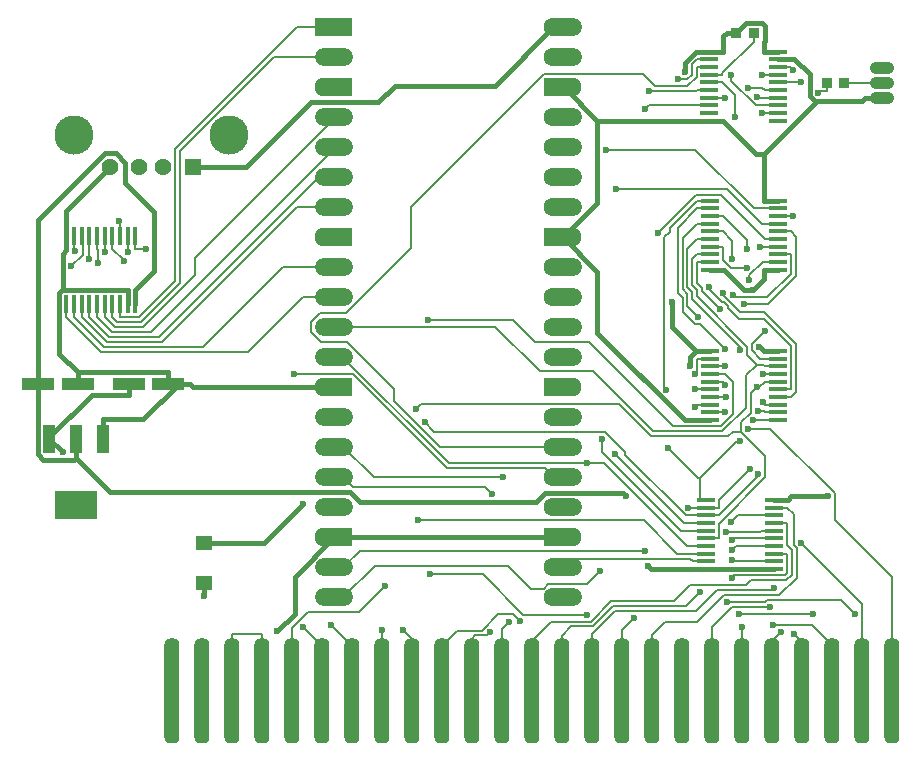
<source format=gbr>
%TF.GenerationSoftware,KiCad,Pcbnew,8.0.1*%
%TF.CreationDate,2024-04-22T15:40:42-03:00*%
%TF.ProjectId,pico-msxcart,7069636f-2d6d-4737-9863-6172742e6b69,rev?*%
%TF.SameCoordinates,Original*%
%TF.FileFunction,Copper,L1,Top*%
%TF.FilePolarity,Positive*%
%FSLAX46Y46*%
G04 Gerber Fmt 4.6, Leading zero omitted, Abs format (unit mm)*
G04 Created by KiCad (PCBNEW 8.0.1) date 2024-04-22 15:40:42*
%MOMM*%
%LPD*%
G01*
G04 APERTURE LIST*
G04 Aperture macros list*
%AMRoundRect*
0 Rectangle with rounded corners*
0 $1 Rounding radius*
0 $2 $3 $4 $5 $6 $7 $8 $9 X,Y pos of 4 corners*
0 Add a 4 corners polygon primitive as box body*
4,1,4,$2,$3,$4,$5,$6,$7,$8,$9,$2,$3,0*
0 Add four circle primitives for the rounded corners*
1,1,$1+$1,$2,$3*
1,1,$1+$1,$4,$5*
1,1,$1+$1,$6,$7*
1,1,$1+$1,$8,$9*
0 Add four rect primitives between the rounded corners*
20,1,$1+$1,$2,$3,$4,$5,0*
20,1,$1+$1,$4,$5,$6,$7,0*
20,1,$1+$1,$6,$7,$8,$9,0*
20,1,$1+$1,$8,$9,$2,$3,0*%
%AMFreePoly0*
4,1,28,0.178017,0.779942,0.347107,0.720775,0.498792,0.625465,0.625465,0.498792,0.720775,0.347107,0.779942,0.178017,0.800000,0.000000,0.779942,-0.178017,0.720775,-0.347107,0.625465,-0.498792,0.498792,-0.625465,0.347107,-0.720775,0.178017,-0.779942,0.000000,-0.800000,-2.200000,-0.800000,-2.205014,-0.794986,-2.244504,-0.794986,-2.324698,-0.756366,-2.380194,-0.686777,-2.400000,-0.600000,
-2.400000,0.600000,-2.380194,0.686777,-2.324698,0.756366,-2.244504,0.794986,-2.205014,0.794986,-2.200000,0.800000,0.000000,0.800000,0.178017,0.779942,0.178017,0.779942,$1*%
%AMFreePoly1*
4,1,28,0.605014,0.794986,0.644504,0.794986,0.724698,0.756366,0.780194,0.686777,0.800000,0.600000,0.800000,-0.600000,0.780194,-0.686777,0.724698,-0.756366,0.644504,-0.794986,0.605014,-0.794986,0.600000,-0.800000,0.000000,-0.800000,-0.178017,-0.779942,-0.347107,-0.720775,-0.498792,-0.625465,-0.625465,-0.498792,-0.720775,-0.347107,-0.779942,-0.178017,-0.800000,0.000000,-0.779942,0.178017,
-0.720775,0.347107,-0.625465,0.498792,-0.498792,0.625465,-0.347107,0.720775,-0.178017,0.779942,0.000000,0.800000,0.600000,0.800000,0.605014,0.794986,0.605014,0.794986,$1*%
%AMFreePoly2*
4,1,29,0.605014,0.794986,0.644504,0.794986,0.724698,0.756366,0.780194,0.686777,0.800000,0.600000,0.800000,-0.600000,0.780194,-0.686777,0.724698,-0.756366,0.644504,-0.794986,0.605014,-0.794986,0.600000,-0.800000,0.000000,-0.800000,-1.600000,-0.800000,-1.778017,-0.779942,-1.947107,-0.720775,-2.098792,-0.625465,-2.225465,-0.498792,-2.320775,-0.347107,-2.379942,-0.178017,-2.400000,0.000000,
-2.379942,0.178017,-2.320775,0.347107,-2.225465,0.498792,-2.098792,0.625465,-1.947107,0.720775,-1.778017,0.779942,-1.600000,0.800000,0.600000,0.800000,0.605014,0.794986,0.605014,0.794986,$1*%
%AMFreePoly3*
4,1,28,0.178017,0.779942,0.347107,0.720775,0.498792,0.625465,0.625465,0.498792,0.720775,0.347107,0.779942,0.178017,0.800000,0.000000,0.779942,-0.178017,0.720775,-0.347107,0.625465,-0.498792,0.498792,-0.625465,0.347107,-0.720775,0.178017,-0.779942,0.000000,-0.800000,-0.600000,-0.800000,-0.605014,-0.794986,-0.644504,-0.794986,-0.724698,-0.756366,-0.780194,-0.686777,-0.800000,-0.600000,
-0.800000,0.600000,-0.780194,0.686777,-0.724698,0.756366,-0.644504,0.794986,-0.605014,0.794986,-0.600000,0.800000,0.000000,0.800000,0.178017,0.779942,0.178017,0.779942,$1*%
%AMFreePoly4*
4,1,29,1.778017,0.779942,1.947107,0.720775,2.098792,0.625465,2.225465,0.498792,2.320775,0.347107,2.379942,0.178017,2.400000,0.000000,2.379942,-0.178017,2.320775,-0.347107,2.225465,-0.498792,2.098792,-0.625465,1.947107,-0.720775,1.778017,-0.779942,1.600000,-0.800000,0.000000,-0.800000,-0.600000,-0.800000,-0.605014,-0.794986,-0.644504,-0.794986,-0.724698,-0.756366,-0.780194,-0.686777,
-0.800000,-0.600000,-0.800000,0.600000,-0.780194,0.686777,-0.724698,0.756366,-0.644504,0.794986,-0.605014,0.794986,-0.600000,0.800000,1.600000,0.800000,1.778017,0.779942,1.778017,0.779942,$1*%
G04 Aperture macros list end*
%TA.AperFunction,SMDPad,CuDef*%
%ADD10RoundRect,0.444500X0.190500X-4.000500X0.190500X4.000500X-0.190500X4.000500X-0.190500X-4.000500X0*%
%TD*%
%TA.AperFunction,SMDPad,CuDef*%
%ADD11RoundRect,0.444500X-0.190500X4.000500X-0.190500X-4.000500X0.190500X-4.000500X0.190500X4.000500X0*%
%TD*%
%TA.AperFunction,ComponentPad*%
%ADD12R,1.428000X1.428000*%
%TD*%
%TA.AperFunction,ComponentPad*%
%ADD13C,1.428000*%
%TD*%
%TA.AperFunction,ComponentPad*%
%ADD14C,3.316000*%
%TD*%
%TA.AperFunction,SMDPad,CuDef*%
%ADD15R,0.810000X0.860000*%
%TD*%
%TA.AperFunction,SMDPad,CuDef*%
%ADD16R,1.560000X0.410000*%
%TD*%
%TA.AperFunction,SMDPad,CuDef*%
%ADD17R,0.410000X1.560000*%
%TD*%
%TA.AperFunction,SMDPad,CuDef*%
%ADD18R,0.980000X2.470000*%
%TD*%
%TA.AperFunction,SMDPad,CuDef*%
%ADD19R,3.600000X2.470000*%
%TD*%
%TA.AperFunction,SMDPad,CuDef*%
%ADD20R,2.800000X1.100000*%
%TD*%
%TA.AperFunction,SMDPad,CuDef*%
%ADD21R,1.400000X1.200000*%
%TD*%
%TA.AperFunction,ComponentPad*%
%ADD22RoundRect,0.200000X-0.600000X-0.600000X0.600000X-0.600000X0.600000X0.600000X-0.600000X0.600000X0*%
%TD*%
%TA.AperFunction,SMDPad,CuDef*%
%ADD23FreePoly0,0.000000*%
%TD*%
%TA.AperFunction,ComponentPad*%
%ADD24C,1.600000*%
%TD*%
%TA.AperFunction,SMDPad,CuDef*%
%ADD25RoundRect,0.800000X-0.800000X-0.000010X0.800000X-0.000010X0.800000X0.000010X-0.800000X0.000010X0*%
%TD*%
%TA.AperFunction,ComponentPad*%
%ADD26FreePoly1,0.000000*%
%TD*%
%TA.AperFunction,SMDPad,CuDef*%
%ADD27FreePoly2,0.000000*%
%TD*%
%TA.AperFunction,ComponentPad*%
%ADD28FreePoly3,0.000000*%
%TD*%
%TA.AperFunction,SMDPad,CuDef*%
%ADD29FreePoly4,0.000000*%
%TD*%
%TA.AperFunction,ComponentPad*%
%ADD30O,2.080000X1.040000*%
%TD*%
%TA.AperFunction,ViaPad*%
%ADD31C,0.600000*%
%TD*%
%TA.AperFunction,Conductor*%
%ADD32C,0.400000*%
%TD*%
%TA.AperFunction,Conductor*%
%ADD33C,0.200000*%
%TD*%
G04 APERTURE END LIST*
D10*
%TO.P,J1,2,~{CS2}*%
%TO.N,CS2*%
X176784000Y-123698000D03*
%TO.P,J1,4,~{SLTSL}*%
%TO.N,SLTSL*%
X174244000Y-123698000D03*
%TO.P,J1,6,~{RFSH}*%
%TO.N,RFSH*%
X171704000Y-123698000D03*
%TO.P,J1,8,~{INT}*%
%TO.N,INT*%
X169164000Y-123698000D03*
%TO.P,J1,10,~{BUSDIR}*%
%TO.N,BUSDIR*%
X166624000Y-123698000D03*
%TO.P,J1,12,~{MERQ}*%
%TO.N,MERQ*%
X164084000Y-123698000D03*
%TO.P,J1,14,~{RD}*%
%TO.N,RD*%
X161544000Y-123698000D03*
%TO.P,J1,16,RSV@2*%
%TO.N,Net-(J1-RSV@2)*%
X159004000Y-123698000D03*
D11*
%TO.P,J1,18,A15*%
%TO.N,A15*%
X156464000Y-123698000D03*
%TO.P,J1,20,A10*%
%TO.N,A10*%
X153924000Y-123698000D03*
%TO.P,J1,22,A6*%
%TO.N,A6*%
X151384000Y-123698000D03*
%TO.P,J1,24,A8*%
%TO.N,A8*%
X148844000Y-123698000D03*
%TO.P,J1,26,A13*%
%TO.N,A13*%
X146304000Y-123698000D03*
%TO.P,J1,28,A0*%
%TO.N,A0*%
X143764000Y-123698000D03*
%TO.P,J1,30,A2*%
%TO.N,A2*%
X141224000Y-123698000D03*
%TO.P,J1,32,A4*%
%TO.N,A4*%
X138684000Y-123698000D03*
%TO.P,J1,34,D0*%
%TO.N,D0*%
X136144000Y-123698000D03*
%TO.P,J1,36,D2*%
%TO.N,D2*%
X133604000Y-123698000D03*
D10*
%TO.P,J1,38,D4*%
%TO.N,D4*%
X131064000Y-123698000D03*
%TO.P,J1,40,D6*%
%TO.N,D6*%
X128524000Y-123698000D03*
%TO.P,J1,42,CLOCK*%
%TO.N,CLOCK*%
X125984000Y-123698000D03*
%TO.P,J1,44,SW1*%
%TO.N,Net-(J1-SW1)*%
X123444000Y-123698000D03*
%TO.P,J1,46,SW2*%
X120904000Y-123698000D03*
%TO.P,J1,48,+12*%
%TO.N,Net-(J1-+12)*%
X118364000Y-123698000D03*
%TO.P,J1,50,-12*%
%TO.N,Net-(J1--12)*%
X115824000Y-123698000D03*
%TD*%
D12*
%TO.P,J2,01,VCC*%
%TO.N,VCC_4V7*%
X117580000Y-79316400D03*
D13*
%TO.P,J2,02,D-*%
%TO.N,unconnected-(J2-D--Pad02)*%
X115080000Y-79316400D03*
%TO.P,J2,03,D+*%
%TO.N,unconnected-(J2-D+-Pad03)*%
X113080000Y-79316400D03*
%TO.P,J2,04,GND*%
%TO.N,GND*%
X110580000Y-79316400D03*
D14*
%TO.P,J2,S1,SHIELD*%
%TO.N,unconnected-(J2-SHIELD-PadS1)_0*%
X120650000Y-76606400D03*
%TO.P,J2,S2,SHIELD*%
%TO.N,unconnected-(J2-SHIELD-PadS1)*%
X107510000Y-76606400D03*
%TD*%
D15*
%TO.P,R1,1,1*%
%TO.N,Net-(U6-B2)*%
X171265000Y-72164800D03*
%TO.P,R1,2,2*%
%TO.N,Net-(Q1-Pad2)*%
X172765000Y-72164800D03*
%TD*%
D16*
%TO.P,U6,1,DIR*%
%TO.N,VCC_3V3*%
X161340800Y-69545200D03*
%TO.P,U6,2,A0*%
%TO.N,INT3V3*%
X161340800Y-70195200D03*
%TO.P,U6,3,A1*%
%TO.N,BUSDIR3V3*%
X161340800Y-70845200D03*
%TO.P,U6,4,A2*%
%TO.N,WAIT3V3*%
X161340800Y-71495200D03*
%TO.P,U6,5,A3*%
%TO.N,RD*%
X161340800Y-72145200D03*
%TO.P,U6,6,A4*%
%TO.N,WR*%
X161340800Y-72795200D03*
%TO.P,U6,7,A5*%
%TO.N,SLTSL*%
X161340800Y-73445200D03*
%TO.P,U6,8,A6*%
%TO.N,CLOCK*%
X161340800Y-74095200D03*
%TO.P,U6,9,A7*%
%TO.N,unconnected-(U6-A7-Pad9)*%
X161340800Y-74745200D03*
%TO.P,U6,10,GND*%
%TO.N,GND*%
X161340800Y-75395200D03*
%TO.P,U6,11,B7*%
%TO.N,unconnected-(U6-B7-Pad11)*%
X167100800Y-75395200D03*
%TO.P,U6,12,B6*%
%TO.N,CLOCK_3V3*%
X167100800Y-74745200D03*
%TO.P,U6,13,B5*%
%TO.N,SLTSL_3V3*%
X167100800Y-74095200D03*
%TO.P,U6,14,B4*%
%TO.N,WR_3V3*%
X167100800Y-73445200D03*
%TO.P,U6,15,B3*%
%TO.N,RD_3V3*%
X167100800Y-72795200D03*
%TO.P,U6,16,B2*%
%TO.N,Net-(U6-B2)*%
X167100800Y-72145200D03*
%TO.P,U6,17,B1*%
%TO.N,BUSDIR*%
X167100800Y-71495200D03*
%TO.P,U6,18,B0*%
%TO.N,INT*%
X167100800Y-70845200D03*
%TO.P,U6,19,~{OE}*%
%TO.N,GND*%
X167100800Y-70195200D03*
%TO.P,U6,20,VCC*%
%TO.N,VCC_3V3*%
X167100800Y-69545200D03*
%TD*%
D17*
%TO.P,U4,1,DIR*%
%TO.N,DATADIR*%
X112727200Y-85167200D03*
%TO.P,U4,2,A0*%
%TO.N,D0*%
X112077200Y-85167200D03*
%TO.P,U4,3,A1*%
%TO.N,D1*%
X111427200Y-85167200D03*
%TO.P,U4,4,A2*%
%TO.N,D2*%
X110777200Y-85167200D03*
%TO.P,U4,5,A3*%
%TO.N,D3*%
X110127200Y-85167200D03*
%TO.P,U4,6,A4*%
%TO.N,D4*%
X109477200Y-85167200D03*
%TO.P,U4,7,A5*%
%TO.N,D5*%
X108827200Y-85167200D03*
%TO.P,U4,8,A6*%
%TO.N,D6*%
X108177200Y-85167200D03*
%TO.P,U4,9,A7*%
%TO.N,D7*%
X107527200Y-85167200D03*
%TO.P,U4,10,GND*%
%TO.N,GND*%
X106877200Y-85167200D03*
%TO.P,U4,11,B7*%
%TO.N,D7_3V3*%
X106877200Y-90927200D03*
%TO.P,U4,12,B6*%
%TO.N,D6_3V3*%
X107527200Y-90927200D03*
%TO.P,U4,13,B5*%
%TO.N,D5_3V3*%
X108177200Y-90927200D03*
%TO.P,U4,14,B4*%
%TO.N,D4_3V3*%
X108827200Y-90927200D03*
%TO.P,U4,15,B3*%
%TO.N,D3_3V3*%
X109477200Y-90927200D03*
%TO.P,U4,16,B2*%
%TO.N,D2_3V3*%
X110127200Y-90927200D03*
%TO.P,U4,17,B1*%
%TO.N,D1_3V3*%
X110777200Y-90927200D03*
%TO.P,U4,18,B0*%
%TO.N,D0_3V3*%
X111427200Y-90927200D03*
%TO.P,U4,19,~{OE}*%
%TO.N,GND*%
X112077200Y-90927200D03*
%TO.P,U4,20,VCC*%
%TO.N,VCC_3V3*%
X112727200Y-90927200D03*
%TD*%
D18*
%TO.P,U10,1,ADJ(GND)*%
%TO.N,GND*%
X110018000Y-102297200D03*
%TO.P,U10,2,VOUT(TAB)*%
%TO.N,VCC_3V3*%
X107718000Y-102297200D03*
%TO.P,U10,3,VIN*%
%TO.N,VCC*%
X105418000Y-102297200D03*
D19*
%TO.P,U10,4,TAB*%
%TO.N,unconnected-(U10-TAB-Pad4)*%
X107718000Y-107957200D03*
%TD*%
D16*
%TO.P,U5,1,DIR*%
%TO.N,VCC_3V3*%
X161372000Y-94876500D03*
%TO.P,U5,2,A0*%
%TO.N,MERQ*%
X161372000Y-95526500D03*
%TO.P,U5,3,A1*%
%TO.N,IORQ*%
X161372000Y-96176500D03*
%TO.P,U5,4,A2*%
%TO.N,CS1*%
X161372000Y-96826500D03*
%TO.P,U5,5,A3*%
%TO.N,CS2*%
X161372000Y-97476500D03*
%TO.P,U5,6,A4*%
%TO.N,RESET*%
X161372000Y-98126500D03*
%TO.P,U5,7,A5*%
%TO.N,RFSH*%
X161372000Y-98776500D03*
%TO.P,U5,8,A6*%
%TO.N,CS12*%
X161372000Y-99426500D03*
%TO.P,U5,9,A7*%
%TO.N,M1*%
X161372000Y-100076500D03*
%TO.P,U5,10,GND*%
%TO.N,GND*%
X161372000Y-100726500D03*
%TO.P,U5,11,B7*%
%TO.N,MP7_3V3*%
X167132000Y-100726500D03*
%TO.P,U5,12,B6*%
%TO.N,MP6_3V3*%
X167132000Y-100076500D03*
%TO.P,U5,13,B5*%
%TO.N,MP5_3V3*%
X167132000Y-99426500D03*
%TO.P,U5,14,B4*%
%TO.N,MP4_3V3*%
X167132000Y-98776500D03*
%TO.P,U5,15,B3*%
%TO.N,MP3_3V3*%
X167132000Y-98126500D03*
%TO.P,U5,16,B2*%
%TO.N,MP2_3V3*%
X167132000Y-97476500D03*
%TO.P,U5,17,B1*%
%TO.N,MP1_3V3*%
X167132000Y-96826500D03*
%TO.P,U5,18,B0*%
%TO.N,MP0_3V3*%
X167132000Y-96176500D03*
%TO.P,U5,19,~{OE}*%
%TO.N,MSEL2_3V3*%
X167132000Y-95526500D03*
%TO.P,U5,20,VCC*%
%TO.N,VCC_3V3*%
X167132000Y-94876500D03*
%TD*%
D20*
%TO.P,C2,1,1*%
%TO.N,VCC_3V3*%
X104528400Y-97637600D03*
%TO.P,C2,2,2*%
%TO.N,GND*%
X107848400Y-97637600D03*
%TD*%
D21*
%TO.P,D1,1,K*%
%TO.N,VCC_4V7*%
X118567200Y-111126800D03*
%TO.P,D1,2,A*%
%TO.N,VCC*%
X118567200Y-114526800D03*
%TD*%
D20*
%TO.P,C1,1,1*%
%TO.N,VCC*%
X112199200Y-97637600D03*
%TO.P,C1,2,2*%
%TO.N,GND*%
X115519200Y-97637600D03*
%TD*%
D22*
%TO.P,U1,1,GPIO0*%
%TO.N,D0_3V3*%
X130352780Y-67462423D03*
D23*
X130352780Y-67462423D03*
D24*
%TO.P,U1,2,GPIO1*%
%TO.N,D1_3V3*%
X130352780Y-70002423D03*
D25*
X129552780Y-70002423D03*
D26*
%TO.P,U1,3,GND*%
%TO.N,GND*%
X130352780Y-72542423D03*
D27*
X130352780Y-72542423D03*
D24*
%TO.P,U1,4,GPIO2*%
%TO.N,D2_3V3*%
X130352780Y-75082423D03*
D25*
X129552780Y-75082423D03*
D24*
%TO.P,U1,5,GPIO3*%
%TO.N,D3_3V3*%
X130352780Y-77622423D03*
D25*
X129552780Y-77622423D03*
D24*
%TO.P,U1,6,GPIO4*%
%TO.N,D4_3V3*%
X130352780Y-80162423D03*
D25*
X129552780Y-80162423D03*
D24*
%TO.P,U1,7,GPIO5*%
%TO.N,D5_3V3*%
X130352780Y-82702423D03*
D25*
X129552780Y-82702423D03*
D26*
%TO.P,U1,8,GND*%
%TO.N,GND*%
X130352780Y-85242423D03*
D27*
X130352780Y-85242423D03*
D24*
%TO.P,U1,9,GPIO6*%
%TO.N,D6_3V3*%
X130352780Y-87782423D03*
D25*
X129552780Y-87782423D03*
D24*
%TO.P,U1,10,GPIO7*%
%TO.N,D7_3V3*%
X130352780Y-90322423D03*
D25*
X129552780Y-90322423D03*
D24*
%TO.P,U1,11,GPIO8*%
%TO.N,MP0_3V3*%
X130352780Y-92862423D03*
D25*
X129552780Y-92862423D03*
D24*
%TO.P,U1,12,GPIO9*%
%TO.N,MP1_3V3*%
X130352780Y-95402423D03*
D25*
X129552780Y-95402423D03*
D26*
%TO.P,U1,13,GND*%
%TO.N,GND*%
X130352780Y-97942423D03*
D27*
X130352780Y-97942423D03*
D24*
%TO.P,U1,14,GPIO10*%
%TO.N,MP2_3V3*%
X130352780Y-100482423D03*
D25*
X129552780Y-100482423D03*
D24*
%TO.P,U1,15,GPIO11*%
%TO.N,MP3_3V3*%
X130352780Y-103022423D03*
D25*
X129552780Y-103022423D03*
D24*
%TO.P,U1,16,GPIO12*%
%TO.N,MP4_3V3*%
X130352780Y-105562423D03*
D25*
X129552780Y-105562423D03*
D24*
%TO.P,U1,17,GPIO13*%
%TO.N,MP5_3V3*%
X130352780Y-108102423D03*
D25*
X129552780Y-108102423D03*
D26*
%TO.P,U1,18,GND*%
%TO.N,GND*%
X130352780Y-110642423D03*
D27*
X130352780Y-110642423D03*
D24*
%TO.P,U1,19,GPIO14*%
%TO.N,MP6_3V3*%
X130352780Y-113182423D03*
D25*
X129552780Y-113182423D03*
D24*
%TO.P,U1,20,GPIO15*%
%TO.N,MP7_3V3*%
X130352780Y-115722423D03*
D25*
X129552780Y-115722423D03*
D24*
%TO.P,U1,21,GPIO16*%
%TO.N,MSEL0_3V3*%
X148132780Y-115722423D03*
D25*
X148932780Y-115722423D03*
D24*
%TO.P,U1,22,GPIO17*%
%TO.N,MSEL1_3V3*%
X148132780Y-113182423D03*
D25*
X148932780Y-113182423D03*
D28*
%TO.P,U1,23,GND*%
%TO.N,GND*%
X148132780Y-110642423D03*
D29*
X148132780Y-110642423D03*
D24*
%TO.P,U1,24,GPIO18*%
%TO.N,MSEL2_3V3*%
X148132780Y-108102423D03*
D25*
X148932780Y-108102423D03*
D24*
%TO.P,U1,25,GPIO19*%
%TO.N,DATADIR*%
X148132780Y-105562423D03*
D25*
X148932780Y-105562423D03*
D24*
%TO.P,U1,26,GPIO20*%
%TO.N,BUSDIR3V3*%
X148132780Y-103022423D03*
D25*
X148932780Y-103022423D03*
D24*
%TO.P,U1,27,GPIO21*%
%TO.N,INT3V3*%
X148132780Y-100482423D03*
D25*
X148932780Y-100482423D03*
D28*
%TO.P,U1,28,GND*%
%TO.N,GND*%
X148132780Y-97942423D03*
D29*
X148132780Y-97942423D03*
D24*
%TO.P,U1,29,GPIO22*%
%TO.N,RD_3V3*%
X148132780Y-95402423D03*
D25*
X148932780Y-95402423D03*
D24*
%TO.P,U1,30,RUN*%
%TO.N,Net-(TP10-PROBE)*%
X148132780Y-92862423D03*
D25*
X148932780Y-92862423D03*
D24*
%TO.P,U1,31,GPIO26_ADC0*%
%TO.N,WR_3V3*%
X148132780Y-90322423D03*
D25*
X148932780Y-90322423D03*
D24*
%TO.P,U1,32,GPIO27_ADC1*%
%TO.N,SLTSL_3V3*%
X148132780Y-87782423D03*
D25*
X148932780Y-87782423D03*
D28*
%TO.P,U1,33,AGND*%
%TO.N,GND*%
X148132780Y-85242423D03*
D29*
X148132780Y-85242423D03*
D24*
%TO.P,U1,34,GPIO28_ADC2*%
%TO.N,CLOCK_3V3*%
X148132780Y-82702423D03*
D25*
X148932780Y-82702423D03*
D24*
%TO.P,U1,35,ADC_VREF*%
%TO.N,unconnected-(U1-ADC_VREF-Pad35)*%
X148132780Y-80162423D03*
D25*
%TO.N,unconnected-(U1-ADC_VREF-Pad35)_0*%
X148932780Y-80162423D03*
D24*
%TO.P,U1,36,3V3*%
%TO.N,unconnected-(U1-3V3-Pad36)_0*%
X148132780Y-77622423D03*
D25*
%TO.N,unconnected-(U1-3V3-Pad36)*%
X148932780Y-77622423D03*
D24*
%TO.P,U1,37,3V3_EN*%
%TO.N,unconnected-(U1-3V3_EN-Pad37)*%
X148132780Y-75082423D03*
D25*
X148932780Y-75082423D03*
D28*
%TO.P,U1,38,GND*%
%TO.N,GND*%
X148132780Y-72542423D03*
D29*
X148132780Y-72542423D03*
D24*
%TO.P,U1,39,VSYS*%
%TO.N,unconnected-(U1-VSYS-Pad39)*%
X148132780Y-70002423D03*
D25*
X148932780Y-70002423D03*
D24*
%TO.P,U1,40,VBUS*%
%TO.N,VCC_4V7*%
X148132780Y-67462423D03*
D25*
X148932780Y-67462423D03*
%TD*%
D16*
%TO.P,U2,1,DIR*%
%TO.N,VCC_3V3*%
X167151600Y-88004900D03*
%TO.P,U2,2,A0*%
%TO.N,A0*%
X167151600Y-87354900D03*
%TO.P,U2,3,A1*%
%TO.N,A1*%
X167151600Y-86704900D03*
%TO.P,U2,4,A2*%
%TO.N,A2*%
X167151600Y-86054900D03*
%TO.P,U2,5,A3*%
%TO.N,A3*%
X167151600Y-85404900D03*
%TO.P,U2,6,A4*%
%TO.N,A4*%
X167151600Y-84754900D03*
%TO.P,U2,7,A5*%
%TO.N,A5*%
X167151600Y-84104900D03*
%TO.P,U2,8,A6*%
%TO.N,A6*%
X167151600Y-83454900D03*
%TO.P,U2,9,A7*%
%TO.N,A7*%
X167151600Y-82804900D03*
%TO.P,U2,10,GND*%
%TO.N,GND*%
X167151600Y-82154900D03*
%TO.P,U2,11,B7*%
%TO.N,MP7_3V3*%
X161391600Y-82154900D03*
%TO.P,U2,12,B6*%
%TO.N,MP6_3V3*%
X161391600Y-82804900D03*
%TO.P,U2,13,B5*%
%TO.N,MP5_3V3*%
X161391600Y-83454900D03*
%TO.P,U2,14,B4*%
%TO.N,MP4_3V3*%
X161391600Y-84104900D03*
%TO.P,U2,15,B3*%
%TO.N,MP3_3V3*%
X161391600Y-84754900D03*
%TO.P,U2,16,B2*%
%TO.N,MP2_3V3*%
X161391600Y-85404900D03*
%TO.P,U2,17,B1*%
%TO.N,MP1_3V3*%
X161391600Y-86054900D03*
%TO.P,U2,18,B0*%
%TO.N,MP0_3V3*%
X161391600Y-86704900D03*
%TO.P,U2,19,~{OE}*%
%TO.N,MSEL0_3V3*%
X161391600Y-87354900D03*
%TO.P,U2,20,VCC*%
%TO.N,VCC_3V3*%
X161391600Y-88004900D03*
%TD*%
%TO.P,U3,1,DIR*%
%TO.N,VCC_3V3*%
X166807000Y-113336200D03*
%TO.P,U3,2,A0*%
%TO.N,A8*%
X166807000Y-112686200D03*
%TO.P,U3,3,A1*%
%TO.N,A9*%
X166807000Y-112036200D03*
%TO.P,U3,4,A2*%
%TO.N,A10*%
X166807000Y-111386200D03*
%TO.P,U3,5,A3*%
%TO.N,A11*%
X166807000Y-110736200D03*
%TO.P,U3,6,A4*%
%TO.N,A12*%
X166807000Y-110086200D03*
%TO.P,U3,7,A5*%
%TO.N,A13*%
X166807000Y-109436200D03*
%TO.P,U3,8,A6*%
%TO.N,A14*%
X166807000Y-108786200D03*
%TO.P,U3,9,A7*%
%TO.N,A15*%
X166807000Y-108136200D03*
%TO.P,U3,10,GND*%
%TO.N,GND*%
X166807000Y-107486200D03*
%TO.P,U3,11,B7*%
%TO.N,MP7_3V3*%
X161047000Y-107486200D03*
%TO.P,U3,12,B6*%
%TO.N,MP6_3V3*%
X161047000Y-108136200D03*
%TO.P,U3,13,B5*%
%TO.N,MP5_3V3*%
X161047000Y-108786200D03*
%TO.P,U3,14,B4*%
%TO.N,MP4_3V3*%
X161047000Y-109436200D03*
%TO.P,U3,15,B3*%
%TO.N,MP3_3V3*%
X161047000Y-110086200D03*
%TO.P,U3,16,B2*%
%TO.N,MP2_3V3*%
X161047000Y-110736200D03*
%TO.P,U3,17,B1*%
%TO.N,MP1_3V3*%
X161047000Y-111386200D03*
%TO.P,U3,18,B0*%
%TO.N,MP0_3V3*%
X161047000Y-112036200D03*
%TO.P,U3,19,~{OE}*%
%TO.N,MSEL1_3V3*%
X161047000Y-112686200D03*
%TO.P,U3,20,VCC*%
%TO.N,VCC_3V3*%
X161047000Y-113336200D03*
%TD*%
D15*
%TO.P,R2,1,1*%
%TO.N,WAIT3V3*%
X165119600Y-67948400D03*
%TO.P,R2,2,2*%
%TO.N,VCC_3V3*%
X163619600Y-67948400D03*
%TD*%
D30*
%TO.P,Q1,1*%
%TO.N,GND*%
X175964000Y-73434800D03*
%TO.P,Q1,2*%
%TO.N,Net-(Q1-Pad2)*%
X175964000Y-72164800D03*
%TO.P,Q1,3*%
%TO.N,WAIT*%
X175964000Y-70894800D03*
%TD*%
D31*
%TO.N,GND*%
X171359400Y-107191500D03*
X124764800Y-118567200D03*
%TO.N,BUSDIR*%
X167386000Y-118668800D03*
X165812200Y-71533000D03*
%TO.N,CLOCK_3V3*%
X165816200Y-74745200D03*
%TO.N,RD*%
X166430400Y-116576400D03*
X163469800Y-75096700D03*
%TO.N,SLTSL_3V3*%
X163195800Y-71513900D03*
%TO.N,INT*%
X168392700Y-71056800D03*
X168489600Y-118832000D03*
%TO.N,Net-(U6-B2)*%
X169096700Y-72145200D03*
X170554000Y-72998700D03*
%TO.N,RD_3V3*%
X164587600Y-72578400D03*
%TO.N,SLTSL*%
X169059800Y-111098300D03*
X162675900Y-73435500D03*
%TO.N,INT3V3*%
X158689800Y-71845000D03*
%TO.N,WR_3V3*%
X165361100Y-73352300D03*
%TO.N,VCC_3V3*%
X154309600Y-107173700D03*
X158190200Y-90735300D03*
X159227600Y-71248700D03*
X156095800Y-113076100D03*
X159664300Y-96123600D03*
X165018600Y-89726600D03*
X165543700Y-94569700D03*
%TO.N,WR*%
X156209000Y-72857000D03*
X170078400Y-117176400D03*
X163855400Y-117160600D03*
%TO.N,CLOCK*%
X133878100Y-114755100D03*
X155850300Y-74426200D03*
%TO.N,MP7_3V3*%
X157844300Y-103076700D03*
X157685900Y-98160100D03*
X165053800Y-100759700D03*
X152082100Y-113492100D03*
X163946800Y-102488700D03*
%TO.N,MP2_3V3*%
X136449900Y-99833400D03*
X163930400Y-94785600D03*
X165338700Y-97965900D03*
%TO.N,CS1*%
X137487300Y-92219900D03*
%TO.N,RFSH*%
X166680271Y-118068800D03*
X162698300Y-98776500D03*
%TO.N,MERQ*%
X164084000Y-118262400D03*
X160075400Y-96859400D03*
%TO.N,M1*%
X162666700Y-100012400D03*
%TO.N,MP1_3V3*%
X150977600Y-104356900D03*
X165831500Y-96826500D03*
X164526600Y-87830900D03*
%TO.N,MP5_3V3*%
X165837600Y-99202800D03*
X137220600Y-100910600D03*
X164498800Y-86244300D03*
X165461500Y-105328300D03*
%TO.N,RESET*%
X160080700Y-98126500D03*
%TO.N,MP6_3V3*%
X162667300Y-94725000D03*
X164753700Y-104902200D03*
X159548700Y-108136200D03*
X165443300Y-99958700D03*
X155859700Y-111803600D03*
%TO.N,CS2*%
X162680200Y-97720800D03*
X164638200Y-101478200D03*
%TO.N,MSEL2_3V3*%
X166073700Y-93184200D03*
%TO.N,CS12*%
X160077000Y-99627700D03*
X162819165Y-116118000D03*
X173644000Y-117119400D03*
%TO.N,IORQ*%
X162670100Y-96176500D03*
%TO.N,MP4_3V3*%
X153356100Y-103581700D03*
X160361700Y-91983600D03*
X162488900Y-89929800D03*
X142930800Y-106954700D03*
%TO.N,MP3_3V3*%
X163255600Y-87106800D03*
X161285400Y-89475100D03*
X152267500Y-102318900D03*
X143843400Y-105587600D03*
%TO.N,MP0_3V3*%
X136696300Y-109215600D03*
%TO.N,D5*%
X108827200Y-87051500D03*
%TO.N,D7*%
X107654900Y-86451200D03*
%TO.N,D2*%
X133604000Y-118516400D03*
X111748400Y-87304200D03*
%TO.N,D4*%
X109562000Y-87451200D03*
X129296085Y-118049115D03*
%TO.N,D6*%
X107311500Y-87716400D03*
X126931781Y-118264748D03*
%TO.N,D3*%
X110178200Y-86533000D03*
%TO.N,D0*%
X135382000Y-118516400D03*
X112077200Y-86461800D03*
%TO.N,D1*%
X111307200Y-83857200D03*
%TO.N,DATADIR*%
X126183800Y-96840700D03*
X113623500Y-86248900D03*
%TO.N,A14*%
X163182100Y-109324200D03*
%TO.N,A10*%
X163209400Y-111741000D03*
X154932465Y-117490800D03*
%TO.N,A8*%
X163213500Y-112588600D03*
X160528000Y-115314600D03*
%TO.N,A11*%
X163212600Y-110881000D03*
%TO.N,A9*%
X163212600Y-114068800D03*
%TO.N,A12*%
X162743800Y-110190400D03*
%TO.N,A7*%
X137718800Y-113741200D03*
X152541600Y-77831300D03*
X150946595Y-117198800D03*
%TO.N,A5*%
X153422600Y-81169300D03*
%TO.N,MSEL0_3V3*%
X162232400Y-91366200D03*
%TO.N,A0*%
X164720000Y-88900900D03*
X144364000Y-117805200D03*
%TO.N,A4*%
X164236500Y-90941900D03*
X145276945Y-117740785D03*
%TO.N,A3*%
X156967800Y-84901200D03*
%TO.N,A6*%
X166833800Y-114914600D03*
X168434000Y-83454900D03*
%TO.N,A1*%
X163326300Y-90119100D03*
%TO.N,A2*%
X165579300Y-86054900D03*
X142754532Y-118700732D03*
%TO.N,VCC*%
X118567200Y-115639000D03*
X106568000Y-103436700D03*
%TO.N,VCC_4V7*%
X126889000Y-107849100D03*
%TD*%
D32*
%TO.N,GND*%
X161372000Y-100726500D02*
X159249500Y-100726500D01*
X129564400Y-110642400D02*
X148132800Y-110642400D01*
X151841600Y-75395200D02*
X148988800Y-72542400D01*
X169808500Y-71467700D02*
X168536000Y-70195200D01*
X106270500Y-89954900D02*
X106479900Y-89745500D01*
X165969900Y-82154900D02*
X165950300Y-82135300D01*
X168536000Y-70195200D02*
X167100800Y-70195200D01*
X106571600Y-86654500D02*
X106877200Y-86348900D01*
X117625700Y-97942400D02*
X117320900Y-97637600D01*
X106479900Y-89745500D02*
X106571600Y-89745500D01*
X170251900Y-73862100D02*
X170251900Y-73700400D01*
X116420100Y-97637600D02*
X113397200Y-100660500D01*
X106270500Y-95108000D02*
X106270500Y-89954900D01*
X126216900Y-113989900D02*
X129564400Y-110642400D01*
X175964000Y-73434800D02*
X174522300Y-73434800D01*
X126216900Y-117115100D02*
X126216900Y-113989900D01*
X115519200Y-97637600D02*
X115519200Y-96685900D01*
X148917700Y-85242400D02*
X148132800Y-85242400D01*
X124764800Y-118567200D02*
X126216900Y-117115100D01*
X148988800Y-72542400D02*
X148132800Y-72542400D01*
X107848400Y-97637600D02*
X107848400Y-96685900D01*
X151841400Y-88166100D02*
X148917700Y-85242400D01*
X113397200Y-100660500D02*
X110018000Y-100660500D01*
X165950300Y-78163700D02*
X170251900Y-73862100D01*
X106877200Y-85167200D02*
X106877200Y-86348900D01*
X174256700Y-73700400D02*
X170251900Y-73700400D01*
X151841400Y-93318400D02*
X151841400Y-88166100D01*
X130352800Y-97942400D02*
X117625700Y-97942400D01*
X116420100Y-97637600D02*
X117320900Y-97637600D01*
X168283400Y-107191500D02*
X171359400Y-107191500D01*
X112077200Y-90927200D02*
X112077200Y-89745500D01*
X110580000Y-79316400D02*
X106877200Y-83019200D01*
X169808500Y-73257000D02*
X169808500Y-71467700D01*
X161340800Y-75395200D02*
X162522500Y-75395200D01*
X165291000Y-78163700D02*
X165950300Y-78163700D01*
X174522300Y-73434800D02*
X174256700Y-73700400D01*
X161340800Y-75395200D02*
X151841600Y-75395200D01*
X165950300Y-82135300D02*
X165950300Y-78163700D01*
X115519200Y-97637600D02*
X116420100Y-97637600D01*
X162522500Y-75395200D02*
X165291000Y-78163700D01*
X151786200Y-75450600D02*
X151786200Y-82373900D01*
X110018000Y-102297200D02*
X110018000Y-100660500D01*
X167988700Y-107486200D02*
X168283400Y-107191500D01*
X170251900Y-73700400D02*
X169808500Y-73257000D01*
X106877200Y-83019200D02*
X106877200Y-85167200D01*
X115519200Y-96685900D02*
X107848400Y-96685900D01*
X151841600Y-75395200D02*
X151786200Y-75450600D01*
X106571600Y-89745500D02*
X106571600Y-86654500D01*
X166807000Y-107486200D02*
X167988700Y-107486200D01*
X106571600Y-89745500D02*
X112077200Y-89745500D01*
X107848400Y-96685900D02*
X106270500Y-95108000D01*
X159249500Y-100726500D02*
X151841400Y-93318400D01*
X151786200Y-82373900D02*
X148917700Y-85242400D01*
X167151600Y-82154900D02*
X165969900Y-82154900D01*
D33*
%TO.N,BUSDIR*%
X165981300Y-71533000D02*
X165812200Y-71533000D01*
X166624000Y-119430800D02*
X166624000Y-123698000D01*
X166019100Y-71495200D02*
X165981300Y-71533000D01*
X167386000Y-118668800D02*
X166624000Y-119430800D01*
X167100800Y-71495200D02*
X166019100Y-71495200D01*
%TO.N,CLOCK_3V3*%
X167100800Y-74745200D02*
X165816200Y-74745200D01*
%TO.N,BUSDIR3V3*%
X147328500Y-71438000D02*
X136081400Y-82685100D01*
X130672100Y-94132400D02*
X134599500Y-98059800D01*
X161340800Y-70845200D02*
X160259100Y-70845200D01*
X127603700Y-92422500D02*
X127603700Y-93268800D01*
X160259100Y-70845200D02*
X160259100Y-71653400D01*
X160259100Y-71653400D02*
X159460700Y-72451800D01*
X127603700Y-93268800D02*
X128467300Y-94132400D01*
X136971500Y-101512300D02*
X136972800Y-101512300D01*
X156685500Y-72451800D02*
X155671700Y-71438000D01*
X136081400Y-82685100D02*
X136081400Y-86173800D01*
X136618900Y-101158400D02*
X136618900Y-101159700D01*
X128370500Y-91655700D02*
X127603700Y-92422500D01*
X136618900Y-101159700D02*
X136971500Y-101512300D01*
X136081400Y-86173800D02*
X130599500Y-91655700D01*
X138482900Y-103022400D02*
X148132800Y-103022400D01*
X128467300Y-94132400D02*
X130672100Y-94132400D01*
X134599500Y-99139000D02*
X136618900Y-101158400D01*
X159460700Y-72451800D02*
X156685500Y-72451800D01*
X155671700Y-71438000D02*
X147328500Y-71438000D01*
X134599500Y-98059800D02*
X134599500Y-99139000D01*
X130599500Y-91655700D02*
X128370500Y-91655700D01*
X136972800Y-101512300D02*
X138482900Y-103022400D01*
%TO.N,RD*%
X166430400Y-116576400D02*
X166414600Y-116560600D01*
X162422500Y-72145200D02*
X163469800Y-73192500D01*
X163225094Y-116560600D02*
X161544000Y-118241694D01*
X163469800Y-73192500D02*
X163469800Y-75096700D01*
X161544000Y-118241694D02*
X161544000Y-123698000D01*
X161340800Y-72145200D02*
X162422500Y-72145200D01*
X166414600Y-116560600D02*
X163225094Y-116560600D01*
%TO.N,SLTSL_3V3*%
X167100800Y-74095200D02*
X165245900Y-74095200D01*
X163195800Y-72045100D02*
X163195800Y-71513900D01*
X165245900Y-74095200D02*
X163195800Y-72045100D01*
%TO.N,INT*%
X168182500Y-70846600D02*
X168392700Y-71056800D01*
X169164000Y-119506400D02*
X168489600Y-118832000D01*
X167100800Y-70845200D02*
X168182500Y-70845200D01*
X169164000Y-123698000D02*
X169164000Y-119506400D01*
X168182500Y-70845200D02*
X168182500Y-70846600D01*
%TO.N,Net-(U6-B2)*%
X170656200Y-72896500D02*
X170554000Y-72998700D01*
X167100800Y-72145200D02*
X169096700Y-72145200D01*
X171265000Y-72164800D02*
X171265000Y-72896500D01*
X171265000Y-72896500D02*
X170656200Y-72896500D01*
%TO.N,RD_3V3*%
X167100800Y-72795200D02*
X166019100Y-72795200D01*
X165802300Y-72578400D02*
X164587600Y-72578400D01*
X166019100Y-72795200D02*
X165802300Y-72578400D01*
%TO.N,SLTSL*%
X174244000Y-123698000D02*
X174244000Y-116282500D01*
X174244000Y-116282500D02*
X169059800Y-111098300D01*
X162675900Y-73435500D02*
X162432200Y-73435500D01*
X162432200Y-73435500D02*
X162422500Y-73445200D01*
X161340800Y-73445200D02*
X162422500Y-73445200D01*
%TO.N,INT3V3*%
X158697300Y-71852500D02*
X158689800Y-71845000D01*
X159829600Y-71500000D02*
X159477100Y-71852500D01*
X159477100Y-71852500D02*
X158697300Y-71852500D01*
X161340800Y-70195200D02*
X160259100Y-70195200D01*
X159829600Y-70624700D02*
X159829600Y-71500000D01*
X160259100Y-70195200D02*
X159829600Y-70624700D01*
%TO.N,WR_3V3*%
X165454000Y-73445200D02*
X165361100Y-73352300D01*
X167100800Y-73445200D02*
X165454000Y-73445200D01*
D32*
%TO.N,VCC_3V3*%
X110616500Y-106832400D02*
X130917600Y-106832400D01*
X159664300Y-95402500D02*
X159664300Y-96123600D01*
X165643500Y-94569700D02*
X165543700Y-94569700D01*
X164295000Y-89726600D02*
X162573300Y-88004900D01*
X160750000Y-69545200D02*
X160159100Y-69545200D01*
X112727200Y-90927200D02*
X112727200Y-89745500D01*
X165767700Y-67116700D02*
X164451300Y-67116700D01*
X161372000Y-94876500D02*
X160190300Y-94876500D01*
X131742000Y-107656800D02*
X146627500Y-107656800D01*
X147399000Y-106885300D02*
X154021200Y-106885300D01*
X161637900Y-113336200D02*
X162228700Y-113336200D01*
X164451300Y-67116700D02*
X163619600Y-67948400D01*
X161391600Y-88004900D02*
X162573300Y-88004900D01*
X114325300Y-83153700D02*
X114325300Y-88147400D01*
X158190200Y-92876400D02*
X158190200Y-90735300D01*
X167100800Y-69545200D02*
X165919100Y-69545200D01*
X162522500Y-69545200D02*
X162522500Y-68238800D01*
X165018600Y-89726600D02*
X164295000Y-89726600D01*
X165969900Y-88775300D02*
X165969900Y-88004900D01*
X165950300Y-94876500D02*
X165643500Y-94569700D01*
X167151600Y-88004900D02*
X165969900Y-88004900D01*
X160190300Y-94876500D02*
X159664300Y-95402500D01*
X166807000Y-113336200D02*
X165625300Y-113336200D01*
X111830000Y-78924300D02*
X111830000Y-80658400D01*
X161047000Y-113336200D02*
X156355900Y-113336200D01*
X114325300Y-88147400D02*
X112727200Y-89745500D01*
X165919100Y-69545200D02*
X165919100Y-68700700D01*
X111065100Y-78159400D02*
X111830000Y-78924300D01*
X110155600Y-78159400D02*
X111065100Y-78159400D01*
X161637900Y-113336200D02*
X161047000Y-113336200D01*
X166008700Y-68611100D02*
X166008700Y-67357700D01*
X146627500Y-107656800D02*
X147399000Y-106885300D01*
X104951200Y-104138400D02*
X107513500Y-104138400D01*
X167132000Y-94876500D02*
X165950300Y-94876500D01*
X160750000Y-69545200D02*
X161340800Y-69545200D01*
X159227600Y-70476700D02*
X159227600Y-71248700D01*
X130917600Y-106832400D02*
X131742000Y-107656800D01*
X104528400Y-98589300D02*
X104457500Y-98660200D01*
X156355900Y-113336200D02*
X156095800Y-113076100D01*
X161340800Y-69545200D02*
X162522500Y-69545200D01*
X166008700Y-67357700D02*
X165767700Y-67116700D01*
X163619600Y-67948400D02*
X162812900Y-67948400D01*
X165919100Y-68700700D02*
X166008700Y-68611100D01*
X104457500Y-98660200D02*
X104457500Y-103644700D01*
X111830000Y-80658400D02*
X114325300Y-83153700D01*
X160159100Y-69545200D02*
X159227600Y-70476700D01*
X104528400Y-83786600D02*
X110155600Y-78159400D01*
X154021200Y-106885300D02*
X154309600Y-107173700D01*
X107718000Y-103933900D02*
X110616500Y-106832400D01*
X162522500Y-68238800D02*
X162812900Y-67948400D01*
X104528400Y-97637600D02*
X104528400Y-83786600D01*
X107718000Y-102297200D02*
X107718000Y-103933900D01*
X104457500Y-103644700D02*
X104951200Y-104138400D01*
X165625300Y-113336200D02*
X162228700Y-113336200D01*
X107513500Y-104138400D02*
X107718000Y-103933900D01*
X165018600Y-89726600D02*
X165969900Y-88775300D01*
X160190300Y-94876500D02*
X158190200Y-92876400D01*
X104528400Y-97637600D02*
X104528400Y-98589300D01*
D33*
%TO.N,WAIT3V3*%
X162422500Y-71377200D02*
X162422500Y-71495200D01*
X165119600Y-67948400D02*
X165119600Y-68680100D01*
X165119600Y-68680100D02*
X162422500Y-71377200D01*
X161340800Y-71495200D02*
X162422500Y-71495200D01*
%TO.N,WR*%
X160197300Y-72857000D02*
X156209000Y-72857000D01*
X161340800Y-72795200D02*
X160259100Y-72795200D01*
X163871200Y-117176400D02*
X163855400Y-117160600D01*
X170078400Y-117176400D02*
X163871200Y-117176400D01*
X160259100Y-72795200D02*
X160197300Y-72857000D01*
%TO.N,CLOCK*%
X156181300Y-74095200D02*
X161340800Y-74095200D01*
X125984000Y-123698000D02*
X125984000Y-118364000D01*
X155850300Y-74426200D02*
X156181300Y-74095200D01*
X131643400Y-116989800D02*
X133878100Y-114755100D01*
X125984000Y-118364000D02*
X127358200Y-116989800D01*
X127358200Y-116989800D02*
X131643400Y-116989800D01*
%TO.N,MP7_3V3*%
X160559000Y-105618600D02*
X160386200Y-105618600D01*
X163688900Y-102488700D02*
X163946800Y-102488700D01*
X161047000Y-107486200D02*
X160559000Y-107486200D01*
X132994400Y-113080800D02*
X130352800Y-115722400D01*
X157963400Y-84769300D02*
X157501800Y-85230900D01*
X167132000Y-100726500D02*
X166050300Y-100726500D01*
X157501800Y-85230900D02*
X157501800Y-97976000D01*
X152082100Y-113492100D02*
X150951777Y-114622423D01*
X146253200Y-115011200D02*
X144322800Y-113080800D01*
X147677144Y-114622423D02*
X147288367Y-115011200D01*
X160386200Y-105618600D02*
X157844300Y-103076700D01*
X157501800Y-97976000D02*
X157685900Y-98160100D01*
X157963400Y-84501400D02*
X157963400Y-84769300D01*
X161391600Y-82154900D02*
X160309900Y-82154900D01*
X160559000Y-107486200D02*
X160559000Y-105618600D01*
X150951777Y-114622423D02*
X147677144Y-114622423D01*
X160559000Y-105618600D02*
X163688900Y-102488700D01*
X160309900Y-82154900D02*
X157963400Y-84501400D01*
X147288367Y-115011200D02*
X146253200Y-115011200D01*
X144322800Y-113080800D02*
X132994400Y-113080800D01*
X165087000Y-100726500D02*
X165053800Y-100759700D01*
X166050300Y-100726500D02*
X165087000Y-100726500D01*
%TO.N,MP2_3V3*%
X166050300Y-97476500D02*
X165560900Y-97965900D01*
X159478500Y-89470800D02*
X159478500Y-86236300D01*
X164035700Y-100927000D02*
X164035700Y-101728000D01*
X163290300Y-101728000D02*
X164035700Y-101728000D01*
X162128700Y-110736200D02*
X162128700Y-109512200D01*
X165560900Y-97965900D02*
X165338700Y-97965900D01*
X166063300Y-103754300D02*
X164037000Y-101728000D01*
X136937800Y-99345500D02*
X153660300Y-99345500D01*
X162919000Y-102099300D02*
X163290300Y-101728000D01*
X163930400Y-94537100D02*
X159880200Y-90486900D01*
X163930400Y-94785600D02*
X163930400Y-94537100D01*
X166063300Y-105577600D02*
X166063300Y-103754300D01*
X159478500Y-86236300D02*
X160309900Y-85404900D01*
X164037000Y-101728000D02*
X164035700Y-101728000D01*
X159880200Y-90486900D02*
X159880200Y-89872500D01*
X156414100Y-102099300D02*
X162919000Y-102099300D01*
X167132000Y-97476500D02*
X166050300Y-97476500D01*
X161047000Y-110736200D02*
X162128700Y-110736200D01*
X136449900Y-99833400D02*
X136937800Y-99345500D01*
X161391600Y-85404900D02*
X160309900Y-85404900D01*
X164841600Y-98463000D02*
X164841600Y-100121100D01*
X159880200Y-89872500D02*
X159478500Y-89470800D01*
X162128700Y-109512200D02*
X166063300Y-105577600D01*
X153660300Y-99345500D02*
X156414100Y-102099300D01*
X164841600Y-100121100D02*
X164035700Y-100927000D01*
X165338700Y-97965900D02*
X164841600Y-98463000D01*
%TO.N,CS1*%
X163343100Y-97521600D02*
X162648000Y-96826500D01*
X162648000Y-96826500D02*
X161372000Y-96826500D01*
X146606800Y-94132400D02*
X151131500Y-94132400D01*
X137487300Y-92219900D02*
X144694300Y-92219900D01*
X162298600Y-101239200D02*
X163343100Y-100194700D01*
X158238300Y-101239200D02*
X162298600Y-101239200D01*
X163343100Y-100194700D02*
X163343100Y-97521600D01*
X151131500Y-94132400D02*
X158238300Y-101239200D01*
X144694300Y-92219900D02*
X146606800Y-94132400D01*
%TO.N,RFSH*%
X169986400Y-118068800D02*
X171704000Y-119786400D01*
X161372000Y-98776500D02*
X162453700Y-98776500D01*
X171704000Y-119786400D02*
X171704000Y-123698000D01*
X166680271Y-118068800D02*
X169986400Y-118068800D01*
X162453700Y-98776500D02*
X162698300Y-98776500D01*
%TO.N,MERQ*%
X164084000Y-118262400D02*
X164084000Y-123698000D01*
X160290300Y-95526500D02*
X160290300Y-96644500D01*
X161372000Y-95526500D02*
X160290300Y-95526500D01*
X160290300Y-96644500D02*
X160075400Y-96859400D01*
%TO.N,M1*%
X161372000Y-100076500D02*
X162453700Y-100076500D01*
X162602600Y-100076500D02*
X162666700Y-100012400D01*
X162453700Y-100076500D02*
X162602600Y-100076500D01*
%TO.N,MP1_3V3*%
X159397000Y-111386200D02*
X161047000Y-111386200D01*
X165831500Y-96826500D02*
X167132000Y-96826500D01*
X152367700Y-104356900D02*
X159397000Y-111386200D01*
X139248100Y-104356900D02*
X150977600Y-104356900D01*
X130352800Y-95461600D02*
X139248100Y-104356900D01*
X163128900Y-87830900D02*
X162473300Y-87175300D01*
X150977600Y-104356900D02*
X152367700Y-104356900D01*
X162473300Y-87175300D02*
X162473300Y-86054900D01*
X164526600Y-87830900D02*
X163128900Y-87830900D01*
X161391600Y-86054900D02*
X162473300Y-86054900D01*
X130352800Y-95402400D02*
X130352800Y-95461600D01*
%TO.N,MP5_3V3*%
X138027200Y-101717200D02*
X137220600Y-100910600D01*
X162128700Y-108786200D02*
X165461500Y-105453400D01*
X154208900Y-103409400D02*
X152516700Y-101717200D01*
X161391600Y-83454900D02*
X162473300Y-83454900D01*
X164498800Y-85480400D02*
X164498800Y-86244300D01*
X166050300Y-99426500D02*
X166050300Y-99415500D01*
X166050300Y-99415500D02*
X165837600Y-99202800D01*
X152516700Y-101717200D02*
X138027200Y-101717200D01*
X162473300Y-83454900D02*
X164498800Y-85480400D01*
X165461500Y-105453400D02*
X165461500Y-105328300D01*
X154208900Y-103658000D02*
X154208900Y-103409400D01*
X161047000Y-108786200D02*
X159337100Y-108786200D01*
X167132000Y-99426500D02*
X166050300Y-99426500D01*
X159337100Y-108786200D02*
X154208900Y-103658000D01*
X161047000Y-108786200D02*
X162128700Y-108786200D01*
%TO.N,RESET*%
X160290300Y-98126500D02*
X160080700Y-98126500D01*
X161372000Y-98126500D02*
X160290300Y-98126500D01*
%TO.N,MP6_3V3*%
X159065700Y-90406700D02*
X159065700Y-91538400D01*
X130352800Y-113182400D02*
X131731600Y-111803600D01*
X162128700Y-108136200D02*
X162128700Y-107527200D01*
X158664000Y-90005000D02*
X159065700Y-90406700D01*
X160527600Y-92585300D02*
X162667300Y-94725000D01*
X131731600Y-111803600D02*
X155859700Y-111803600D01*
X160309900Y-82804900D02*
X158664000Y-84450800D01*
X158664000Y-84450800D02*
X158664000Y-90005000D01*
X160112600Y-92585300D02*
X160527600Y-92585300D01*
X167132000Y-100076500D02*
X166050300Y-100076500D01*
X159065700Y-91538400D02*
X160112600Y-92585300D01*
X161391600Y-82804900D02*
X160309900Y-82804900D01*
X166050300Y-100076500D02*
X165932500Y-99958700D01*
X159548700Y-108136200D02*
X161047000Y-108136200D01*
X165932500Y-99958700D02*
X165443300Y-99958700D01*
X162128700Y-107527200D02*
X164753700Y-104902200D01*
X161047000Y-108136200D02*
X162128700Y-108136200D01*
%TO.N,CS2*%
X171962700Y-106942300D02*
X166498600Y-101478200D01*
X176784000Y-123698000D02*
X176784000Y-114016900D01*
X161372000Y-97476500D02*
X162453700Y-97476500D01*
X171962700Y-109195600D02*
X171962700Y-106942300D01*
X176784000Y-114016900D02*
X171962700Y-109195600D01*
X162453700Y-97476500D02*
X162453700Y-97494300D01*
X166498600Y-101478200D02*
X164638200Y-101478200D01*
X162453700Y-97494300D02*
X162680200Y-97720800D01*
%TO.N,MSEL2_3V3*%
X164942000Y-94818800D02*
X164942000Y-94315900D01*
X165649700Y-95526500D02*
X164942000Y-94818800D01*
X166050300Y-95526500D02*
X165649700Y-95526500D01*
X167132000Y-95526500D02*
X166050300Y-95526500D01*
X164942000Y-94315900D02*
X166073700Y-93184200D01*
%TO.N,CS12*%
X166181871Y-115976400D02*
X166029471Y-116128800D01*
X172501000Y-115976400D02*
X166181871Y-115976400D01*
X160077000Y-99627700D02*
X160278200Y-99426500D01*
X160278200Y-99426500D02*
X161372000Y-99426500D01*
X166029471Y-116128800D02*
X162829965Y-116128800D01*
X173644000Y-117119400D02*
X172501000Y-115976400D01*
X162829965Y-116128800D02*
X162819165Y-116118000D01*
%TO.N,IORQ*%
X161372000Y-96176500D02*
X162670100Y-96176500D01*
%TO.N,MP4_3V3*%
X159065700Y-85349100D02*
X160309900Y-84104900D01*
X168213700Y-98776500D02*
X168640400Y-98349800D01*
X131181500Y-106386900D02*
X142363000Y-106386900D01*
X165952600Y-91561200D02*
X163917200Y-91561200D01*
X159478500Y-91100400D02*
X159478500Y-90038900D01*
X153356100Y-103581700D02*
X159210600Y-109436200D01*
X161391600Y-84104900D02*
X160309900Y-84104900D01*
X130357000Y-105562400D02*
X131181500Y-106386900D01*
X159478500Y-90038900D02*
X159065700Y-89626100D01*
X162488900Y-90132900D02*
X162488900Y-89929800D01*
X168640400Y-98349800D02*
X168640400Y-94249000D01*
X168640400Y-94249000D02*
X165952600Y-91561200D01*
X159065700Y-89626100D02*
X159065700Y-85349100D01*
X130352800Y-105562400D02*
X130357000Y-105562400D01*
X159210600Y-109436200D02*
X161047000Y-109436200D01*
X163917200Y-91561200D02*
X162488900Y-90132900D01*
X142363000Y-106386900D02*
X142930800Y-106954700D01*
X167132000Y-98776500D02*
X168213700Y-98776500D01*
X160361700Y-91983600D02*
X159478500Y-91100400D01*
%TO.N,MP3_3V3*%
X163255600Y-85537200D02*
X162473300Y-84754900D01*
X162531200Y-90743200D02*
X162416200Y-90743200D01*
X165933200Y-92145100D02*
X163828700Y-92145100D01*
X168213700Y-98126500D02*
X168213700Y-94425600D01*
X162883700Y-91095700D02*
X162531200Y-90743200D01*
X152267500Y-103404300D02*
X152267500Y-102318900D01*
X161391600Y-84754900D02*
X162473300Y-84754900D01*
X162883700Y-91200100D02*
X162883700Y-91095700D01*
X161047000Y-110086200D02*
X158949400Y-110086200D01*
X132918000Y-105587600D02*
X130352800Y-103022400D01*
X158949400Y-110086200D02*
X152267500Y-103404300D01*
X163828700Y-92145100D02*
X162883700Y-91200100D01*
X161285400Y-89612400D02*
X161285400Y-89475100D01*
X163255600Y-87106800D02*
X163255600Y-85537200D01*
X168213700Y-94425600D02*
X165933200Y-92145100D01*
X162416200Y-90743200D02*
X161285400Y-89612400D01*
X143843400Y-105587600D02*
X132918000Y-105587600D01*
X167132000Y-98126500D02*
X168213700Y-98126500D01*
%TO.N,MP0_3V3*%
X167132000Y-96176500D02*
X166050300Y-96176500D01*
X160281900Y-90267100D02*
X160281900Y-89706200D01*
X165341700Y-96027300D02*
X164540300Y-95225900D01*
X166050300Y-96176500D02*
X165901100Y-96027300D01*
X164540300Y-94525500D02*
X160281900Y-90267100D01*
X146960400Y-96604000D02*
X151499200Y-96604000D01*
X158583200Y-112036200D02*
X155762600Y-109215600D01*
X161391600Y-86704900D02*
X160309900Y-86704900D01*
X159891200Y-89315500D02*
X159891200Y-87123600D01*
X143218800Y-92862400D02*
X146960400Y-96604000D01*
X151499200Y-96604000D02*
X156563600Y-101668400D01*
X162438200Y-101668400D02*
X164439900Y-99666700D01*
X159891200Y-87123600D02*
X160309900Y-86704900D01*
X165901100Y-96027300D02*
X165341700Y-96027300D01*
X155762600Y-109215600D02*
X136696300Y-109215600D01*
X156563600Y-101668400D02*
X162438200Y-101668400D01*
X164439900Y-96929100D02*
X165341700Y-96027300D01*
X130352800Y-92862400D02*
X143218800Y-92862400D01*
X160281900Y-89706200D02*
X159891200Y-89315500D01*
X164540300Y-95225900D02*
X164540300Y-94525500D01*
X161047000Y-112036200D02*
X158583200Y-112036200D01*
X164439900Y-99666700D02*
X164439900Y-96929100D01*
%TO.N,D5*%
X108827200Y-86248900D02*
X108827200Y-87051500D01*
X108827200Y-85167200D02*
X108827200Y-86248900D01*
%TO.N,D1_3V3*%
X110777200Y-92008900D02*
X111198500Y-92430200D01*
X124480600Y-70002400D02*
X130352800Y-70002400D01*
X116536900Y-89106200D02*
X116536900Y-77946100D01*
X113212900Y-92430200D02*
X116536900Y-89106200D01*
X111198500Y-92430200D02*
X113212900Y-92430200D01*
X110777200Y-90927200D02*
X110777200Y-92008900D01*
X116536900Y-77946100D02*
X124480600Y-70002400D01*
%TO.N,D5_3V3*%
X110310200Y-94141900D02*
X114954400Y-94141900D01*
X126393900Y-82702400D02*
X130352800Y-82702400D01*
X108177200Y-92008900D02*
X110310200Y-94141900D01*
X114954400Y-94141900D02*
X126393900Y-82702400D01*
X108177200Y-90927200D02*
X108177200Y-92008900D01*
%TO.N,D2_3V3*%
X113388200Y-92866800D02*
X117804400Y-88450600D01*
X110985100Y-92866800D02*
X113388200Y-92866800D01*
X129712900Y-75082400D02*
X130352800Y-75082400D01*
X117804400Y-86990900D02*
X129712900Y-75082400D01*
X110127200Y-92008900D02*
X110985100Y-92866800D01*
X117804400Y-88450600D02*
X117804400Y-86990900D01*
X110127200Y-90927200D02*
X110127200Y-92008900D01*
%TO.N,D7_3V3*%
X126899700Y-90322400D02*
X122231700Y-94990400D01*
X130352800Y-90322400D02*
X126899700Y-90322400D01*
X106877200Y-90927200D02*
X106877200Y-92008900D01*
X109858700Y-94990400D02*
X106877200Y-92008900D01*
X122231700Y-94990400D02*
X109858700Y-94990400D01*
%TO.N,D7*%
X107654900Y-86376600D02*
X107654900Y-86451200D01*
X107527200Y-85167200D02*
X107527200Y-86248900D01*
X107527200Y-86248900D02*
X107654900Y-86376600D01*
%TO.N,D2*%
X133604000Y-118516400D02*
X133604000Y-123698000D01*
X110777200Y-85167200D02*
X110777200Y-86248900D01*
X110777200Y-86248900D02*
X111748400Y-87220100D01*
X111748400Y-87220100D02*
X111748400Y-87304200D01*
%TO.N,D4*%
X109562000Y-86333700D02*
X109562000Y-87451200D01*
X109477200Y-85167200D02*
X109477200Y-86248900D01*
X129296085Y-118049115D02*
X131064000Y-119817030D01*
X109477200Y-86248900D02*
X109562000Y-86333700D01*
X131064000Y-119817030D02*
X131064000Y-123698000D01*
%TO.N,D6*%
X108284000Y-85274000D02*
X108284000Y-86743900D01*
X108284000Y-86743900D02*
X107311500Y-87716400D01*
X126931781Y-118264748D02*
X128524000Y-119856967D01*
X128524000Y-119856967D02*
X128524000Y-123698000D01*
X108177200Y-85167200D02*
X108284000Y-85274000D01*
%TO.N,D6_3V3*%
X118486800Y-94553600D02*
X125258000Y-87782400D01*
X107527200Y-90927200D02*
X107527200Y-92008900D01*
X107527200Y-92008900D02*
X110071900Y-94553600D01*
X110071900Y-94553600D02*
X118486800Y-94553600D01*
X125258000Y-87782400D02*
X130352800Y-87782400D01*
%TO.N,D0_3V3*%
X111427200Y-92008900D02*
X113057200Y-92008900D01*
X116114700Y-88951400D02*
X116114700Y-77762600D01*
X111427200Y-90927200D02*
X111427200Y-92008900D01*
X126414900Y-67462400D02*
X130352800Y-67462400D01*
X116114700Y-77762600D02*
X126414900Y-67462400D01*
X113057200Y-92008900D02*
X116114700Y-88951400D01*
%TO.N,D3*%
X110127200Y-85167200D02*
X110127200Y-86482000D01*
X110127200Y-86482000D02*
X110178200Y-86533000D01*
%TO.N,D0*%
X112077200Y-85167200D02*
X112077200Y-86461800D01*
X136144000Y-119278400D02*
X136144000Y-123698000D01*
X135382000Y-118516400D02*
X136144000Y-119278400D01*
%TO.N,D1*%
X111427200Y-85167200D02*
X111427200Y-84085500D01*
X111307200Y-83965500D02*
X111307200Y-83857200D01*
X111427200Y-84085500D02*
X111307200Y-83965500D01*
%TO.N,D4_3V3*%
X110500800Y-93682500D02*
X114754300Y-93682500D01*
X114754300Y-93682500D02*
X128274400Y-80162400D01*
X108827200Y-90927200D02*
X108827200Y-92008900D01*
X128274400Y-80162400D02*
X130352800Y-80162400D01*
X108827200Y-92008900D02*
X110500800Y-93682500D01*
%TO.N,D3_3V3*%
X109477200Y-92008900D02*
X110741700Y-93273400D01*
X109477200Y-90927200D02*
X109477200Y-92008900D01*
X110741700Y-93273400D02*
X114074800Y-93273400D01*
X114074800Y-93273400D02*
X129725800Y-77622400D01*
X129725800Y-77622400D02*
X130352800Y-77622400D01*
%TO.N,DATADIR*%
X139132800Y-104814600D02*
X131158900Y-96840700D01*
X148132800Y-105562400D02*
X147385000Y-104814600D01*
X147385000Y-104814600D02*
X139132800Y-104814600D01*
X112727200Y-86248900D02*
X113623500Y-86248900D01*
X112727200Y-85167200D02*
X112727200Y-86248900D01*
X131158900Y-96840700D02*
X126183800Y-96840700D01*
%TO.N,A13*%
X146304000Y-119430800D02*
X147936000Y-117798800D01*
X147936000Y-117798800D02*
X151275028Y-117798800D01*
X167856200Y-114312900D02*
X168304400Y-113864700D01*
X164454300Y-114714600D02*
X164856000Y-114312900D01*
X164856000Y-114312900D02*
X167856200Y-114312900D01*
X168304400Y-113864700D02*
X168304400Y-111761700D01*
X168304400Y-111761700D02*
X167888700Y-111346000D01*
X152995828Y-116078000D02*
X158351800Y-116078000D01*
X146304000Y-123698000D02*
X146304000Y-119430800D01*
X167888700Y-109436200D02*
X166807000Y-109436200D01*
X167888700Y-111346000D02*
X167888700Y-109436200D01*
X151275028Y-117798800D02*
X152995828Y-116078000D01*
X159715200Y-114714600D02*
X164454300Y-114714600D01*
X158351800Y-116078000D02*
X159715200Y-114714600D01*
%TO.N,MSEL1_3V3*%
X161047000Y-112686200D02*
X159965300Y-112686200D01*
X159965300Y-112686200D02*
X159730500Y-112451400D01*
X159730500Y-112451400D02*
X148863800Y-112451400D01*
X148863800Y-112451400D02*
X148132800Y-113182400D01*
%TO.N,A14*%
X163720100Y-108786200D02*
X163182100Y-109324200D01*
X166807000Y-108786200D02*
X163720100Y-108786200D01*
%TO.N,A15*%
X166807000Y-108136200D02*
X167888700Y-108136200D01*
X168707600Y-111596900D02*
X168707600Y-114077100D01*
X168458100Y-108705600D02*
X168458100Y-111347400D01*
X167266700Y-115518000D02*
X162561200Y-115518000D01*
X168707600Y-114077100D02*
X167266700Y-115518000D01*
X156464000Y-118922800D02*
X156464000Y-123698000D01*
X160274000Y-117805200D02*
X157581600Y-117805200D01*
X162561200Y-115518000D02*
X160274000Y-117805200D01*
X157581600Y-117805200D02*
X156464000Y-118922800D01*
X168458100Y-111347400D02*
X168707600Y-111596900D01*
X167888700Y-108136200D02*
X168458100Y-108705600D01*
%TO.N,A10*%
X163564200Y-111386200D02*
X163209400Y-111741000D01*
X166807000Y-111386200D02*
X163564200Y-111386200D01*
X153924000Y-118499265D02*
X153924000Y-123698000D01*
X154932465Y-117490800D02*
X153924000Y-118499265D01*
%TO.N,A8*%
X151440713Y-118198800D02*
X153148714Y-116490800D01*
X148844000Y-118980486D02*
X149625686Y-118198800D01*
X148844000Y-123698000D02*
X148844000Y-118980486D01*
X153148714Y-116490800D02*
X159351800Y-116490800D01*
X159351800Y-116490800D02*
X160528000Y-115314600D01*
X166807000Y-112686200D02*
X163311100Y-112686200D01*
X149625686Y-118198800D02*
X151440713Y-118198800D01*
X163311100Y-112686200D02*
X163213500Y-112588600D01*
%TO.N,A11*%
X163357400Y-110736200D02*
X163212600Y-110881000D01*
X166807000Y-110736200D02*
X163357400Y-110736200D01*
%TO.N,A9*%
X167888700Y-113666200D02*
X167712000Y-113842900D01*
X166807000Y-112036200D02*
X167888700Y-112036200D01*
X163438500Y-113842900D02*
X163212600Y-114068800D01*
X167888700Y-112036200D02*
X167888700Y-113666200D01*
X167712000Y-113842900D02*
X163438500Y-113842900D01*
%TO.N,A12*%
X165621100Y-110190400D02*
X165725300Y-110086200D01*
X162743800Y-110190400D02*
X165621100Y-110190400D01*
X166807000Y-110086200D02*
X165725300Y-110086200D01*
%TO.N,A7*%
X150946595Y-117198800D02*
X150946595Y-117150405D01*
X167151600Y-82804900D02*
X165083700Y-82804900D01*
X150946595Y-117198800D02*
X145583489Y-117198800D01*
X142125889Y-113741200D02*
X137718800Y-113741200D01*
X160110100Y-77831300D02*
X152541600Y-77831300D01*
X145583489Y-117198800D02*
X142125889Y-113741200D01*
X165083700Y-82804900D02*
X160110100Y-77831300D01*
%TO.N,A5*%
X162857500Y-81169300D02*
X153422600Y-81169300D01*
X165793100Y-84104900D02*
X162857500Y-81169300D01*
X167151600Y-84104900D02*
X165793100Y-84104900D01*
%TO.N,MSEL0_3V3*%
X161391600Y-87354900D02*
X160309900Y-87354900D01*
X160309900Y-89166200D02*
X160309900Y-87354900D01*
X160683600Y-89817400D02*
X160683600Y-89539900D01*
X160683600Y-89539900D02*
X160309900Y-89166200D01*
X162232400Y-91366200D02*
X160683600Y-89817400D01*
%TO.N,A0*%
X167151600Y-87354900D02*
X166069900Y-87354900D01*
X165855300Y-87354900D02*
X166069900Y-87354900D01*
X144364000Y-117805200D02*
X143764000Y-118405200D01*
X143764000Y-118405200D02*
X143764000Y-123698000D01*
X164720000Y-88490200D02*
X165855300Y-87354900D01*
X164720000Y-88900900D02*
X164720000Y-88490200D01*
%TO.N,A4*%
X168677900Y-88517700D02*
X166253700Y-90941900D01*
X138684000Y-119837200D02*
X138684000Y-123698000D01*
X139954000Y-118567200D02*
X138684000Y-119837200D01*
X168233300Y-84754900D02*
X168677900Y-85199500D01*
X166253700Y-90941900D02*
X164236500Y-90941900D01*
X167151600Y-84754900D02*
X168233300Y-84754900D01*
X143461935Y-117144800D02*
X142039535Y-118567200D01*
X144680960Y-117144800D02*
X143461935Y-117144800D01*
X142039535Y-118567200D02*
X139954000Y-118567200D01*
X145276945Y-117740785D02*
X144680960Y-117144800D01*
X168677900Y-85199500D02*
X168677900Y-88517700D01*
%TO.N,A3*%
X160233200Y-81635800D02*
X156967800Y-84901200D01*
X166069900Y-85404900D02*
X162300800Y-81635800D01*
X167151600Y-85404900D02*
X166069900Y-85404900D01*
X162300800Y-81635800D02*
X160233200Y-81635800D01*
%TO.N,A6*%
X151384000Y-118821200D02*
X153314400Y-116890800D01*
X160220400Y-116890800D02*
X161994900Y-115116300D01*
X167151600Y-83454900D02*
X168233300Y-83454900D01*
X151384000Y-123698000D02*
X151384000Y-118821200D01*
X153314400Y-116890800D02*
X160220400Y-116890800D01*
X166632100Y-115116300D02*
X166833800Y-114914600D01*
X161994900Y-115116300D02*
X166632100Y-115116300D01*
X168233300Y-83454900D02*
X168434000Y-83454900D01*
%TO.N,A1*%
X167151600Y-86704900D02*
X168233300Y-86704900D01*
X168233300Y-86704900D02*
X168233300Y-88334900D01*
X163547400Y-90340200D02*
X163326300Y-90119100D01*
X166228000Y-90340200D02*
X163547400Y-90340200D01*
X168233300Y-88334900D02*
X166228000Y-90340200D01*
%TO.N,A2*%
X141224000Y-119253000D02*
X141509800Y-118967200D01*
X141509800Y-118967200D02*
X142488064Y-118967200D01*
X142488064Y-118967200D02*
X142754532Y-118700732D01*
X167151600Y-86054900D02*
X165579300Y-86054900D01*
X141224000Y-123698000D02*
X141224000Y-119253000D01*
X142754532Y-118700732D02*
X142716068Y-118700732D01*
D32*
%TO.N,VCC*%
X105428500Y-102297200D02*
X105418000Y-102297200D01*
X112199200Y-97637600D02*
X112199200Y-98589300D01*
X112199200Y-98589300D02*
X109040600Y-98589300D01*
X118567200Y-115639000D02*
X118567200Y-114526800D01*
X105428500Y-102201400D02*
X105428500Y-102297200D01*
X106568000Y-103436700D02*
X105428500Y-102297200D01*
X109040600Y-98589300D02*
X105428500Y-102201400D01*
%TO.N,VCC_4V7*%
X133316400Y-73810300D02*
X127589100Y-73810300D01*
X143168400Y-72426800D02*
X134699900Y-72426800D01*
X118567200Y-111126800D02*
X123611300Y-111126800D01*
X127589100Y-73810300D02*
X122083000Y-79316400D01*
X134699900Y-72426800D02*
X133316400Y-73810300D01*
X148132800Y-67462400D02*
X143168400Y-72426800D01*
X123611300Y-111126800D02*
X126889000Y-107849100D01*
X122083000Y-79316400D02*
X117580000Y-79316400D01*
D33*
%TO.N,Net-(Q1-Pad2)*%
X175964000Y-72164800D02*
X172765000Y-72164800D01*
%TO.N,Net-(J1-SW1)*%
X123444000Y-123698000D02*
X123444000Y-118872000D01*
X123393200Y-118821200D02*
X120904000Y-118821200D01*
X120904000Y-118821200D02*
X120904000Y-123698000D01*
X123444000Y-118872000D02*
X123393200Y-118821200D01*
%TD*%
M02*

</source>
